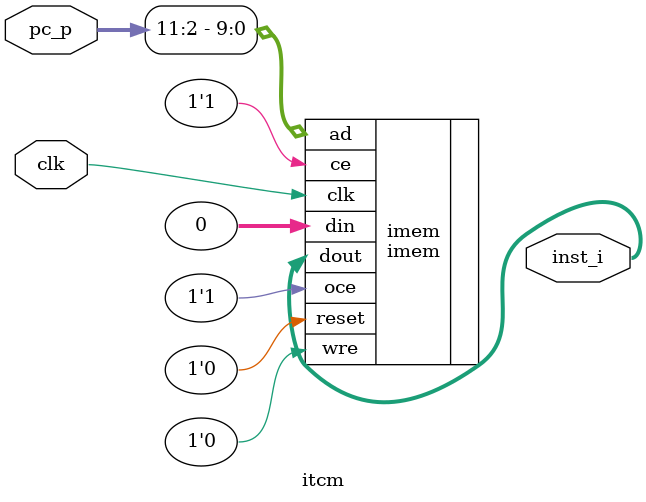
<source format=v>
module itcm (
    clk,
    pc_p,
    inst_i
);
    input clk;
    input wire [31:0] pc_p;
    output wire [31:0] inst_i;

    imem imem(
        .dout(inst_i), //output [31:0] dout
        .clk(clk),
        .oce(1'b1),
        .ce(1'b1),
        .reset(1'b0),
        .wre(1'b0),
        .ad(pc_p[11:2]), //input [9:0] ad
        .din(32'h0)
    );
endmodule

</source>
